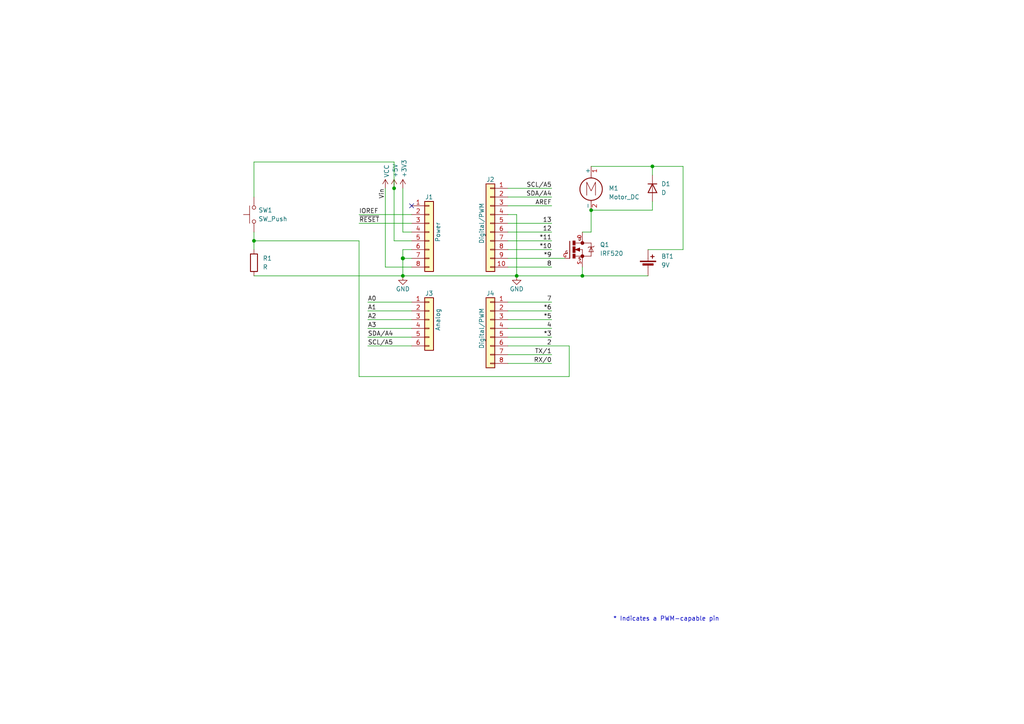
<source format=kicad_sch>
(kicad_sch
	(version 20231120)
	(generator "eeschema")
	(generator_version "8.0")
	(uuid "e63e39d7-6ac0-4ffd-8aa3-1841a4541b55")
	(paper "A4")
	(title_block
		(date "mar. 31 mars 2015")
	)
	(lib_symbols
		(symbol "Connector_Generic:Conn_01x06"
			(pin_names
				(offset 1.016) hide)
			(exclude_from_sim no)
			(in_bom yes)
			(on_board yes)
			(property "Reference" "J"
				(at 0 7.62 0)
				(effects
					(font
						(size 1.27 1.27)
					)
				)
			)
			(property "Value" "Conn_01x06"
				(at 0 -10.16 0)
				(effects
					(font
						(size 1.27 1.27)
					)
				)
			)
			(property "Footprint" ""
				(at 0 0 0)
				(effects
					(font
						(size 1.27 1.27)
					)
					(hide yes)
				)
			)
			(property "Datasheet" "~"
				(at 0 0 0)
				(effects
					(font
						(size 1.27 1.27)
					)
					(hide yes)
				)
			)
			(property "Description" "Generic connector, single row, 01x06, script generated (kicad-library-utils/schlib/autogen/connector/)"
				(at 0 0 0)
				(effects
					(font
						(size 1.27 1.27)
					)
					(hide yes)
				)
			)
			(property "ki_keywords" "connector"
				(at 0 0 0)
				(effects
					(font
						(size 1.27 1.27)
					)
					(hide yes)
				)
			)
			(property "ki_fp_filters" "Connector*:*_1x??_*"
				(at 0 0 0)
				(effects
					(font
						(size 1.27 1.27)
					)
					(hide yes)
				)
			)
			(symbol "Conn_01x06_1_1"
				(rectangle
					(start -1.27 -7.493)
					(end 0 -7.747)
					(stroke
						(width 0.1524)
						(type default)
					)
					(fill
						(type none)
					)
				)
				(rectangle
					(start -1.27 -4.953)
					(end 0 -5.207)
					(stroke
						(width 0.1524)
						(type default)
					)
					(fill
						(type none)
					)
				)
				(rectangle
					(start -1.27 -2.413)
					(end 0 -2.667)
					(stroke
						(width 0.1524)
						(type default)
					)
					(fill
						(type none)
					)
				)
				(rectangle
					(start -1.27 0.127)
					(end 0 -0.127)
					(stroke
						(width 0.1524)
						(type default)
					)
					(fill
						(type none)
					)
				)
				(rectangle
					(start -1.27 2.667)
					(end 0 2.413)
					(stroke
						(width 0.1524)
						(type default)
					)
					(fill
						(type none)
					)
				)
				(rectangle
					(start -1.27 5.207)
					(end 0 4.953)
					(stroke
						(width 0.1524)
						(type default)
					)
					(fill
						(type none)
					)
				)
				(rectangle
					(start -1.27 6.35)
					(end 1.27 -8.89)
					(stroke
						(width 0.254)
						(type default)
					)
					(fill
						(type background)
					)
				)
				(pin passive line
					(at -5.08 5.08 0)
					(length 3.81)
					(name "Pin_1"
						(effects
							(font
								(size 1.27 1.27)
							)
						)
					)
					(number "1"
						(effects
							(font
								(size 1.27 1.27)
							)
						)
					)
				)
				(pin passive line
					(at -5.08 2.54 0)
					(length 3.81)
					(name "Pin_2"
						(effects
							(font
								(size 1.27 1.27)
							)
						)
					)
					(number "2"
						(effects
							(font
								(size 1.27 1.27)
							)
						)
					)
				)
				(pin passive line
					(at -5.08 0 0)
					(length 3.81)
					(name "Pin_3"
						(effects
							(font
								(size 1.27 1.27)
							)
						)
					)
					(number "3"
						(effects
							(font
								(size 1.27 1.27)
							)
						)
					)
				)
				(pin passive line
					(at -5.08 -2.54 0)
					(length 3.81)
					(name "Pin_4"
						(effects
							(font
								(size 1.27 1.27)
							)
						)
					)
					(number "4"
						(effects
							(font
								(size 1.27 1.27)
							)
						)
					)
				)
				(pin passive line
					(at -5.08 -5.08 0)
					(length 3.81)
					(name "Pin_5"
						(effects
							(font
								(size 1.27 1.27)
							)
						)
					)
					(number "5"
						(effects
							(font
								(size 1.27 1.27)
							)
						)
					)
				)
				(pin passive line
					(at -5.08 -7.62 0)
					(length 3.81)
					(name "Pin_6"
						(effects
							(font
								(size 1.27 1.27)
							)
						)
					)
					(number "6"
						(effects
							(font
								(size 1.27 1.27)
							)
						)
					)
				)
			)
		)
		(symbol "Connector_Generic:Conn_01x08"
			(pin_names
				(offset 1.016) hide)
			(exclude_from_sim no)
			(in_bom yes)
			(on_board yes)
			(property "Reference" "J"
				(at 0 10.16 0)
				(effects
					(font
						(size 1.27 1.27)
					)
				)
			)
			(property "Value" "Conn_01x08"
				(at 0 -12.7 0)
				(effects
					(font
						(size 1.27 1.27)
					)
				)
			)
			(property "Footprint" ""
				(at 0 0 0)
				(effects
					(font
						(size 1.27 1.27)
					)
					(hide yes)
				)
			)
			(property "Datasheet" "~"
				(at 0 0 0)
				(effects
					(font
						(size 1.27 1.27)
					)
					(hide yes)
				)
			)
			(property "Description" "Generic connector, single row, 01x08, script generated (kicad-library-utils/schlib/autogen/connector/)"
				(at 0 0 0)
				(effects
					(font
						(size 1.27 1.27)
					)
					(hide yes)
				)
			)
			(property "ki_keywords" "connector"
				(at 0 0 0)
				(effects
					(font
						(size 1.27 1.27)
					)
					(hide yes)
				)
			)
			(property "ki_fp_filters" "Connector*:*_1x??_*"
				(at 0 0 0)
				(effects
					(font
						(size 1.27 1.27)
					)
					(hide yes)
				)
			)
			(symbol "Conn_01x08_1_1"
				(rectangle
					(start -1.27 -10.033)
					(end 0 -10.287)
					(stroke
						(width 0.1524)
						(type default)
					)
					(fill
						(type none)
					)
				)
				(rectangle
					(start -1.27 -7.493)
					(end 0 -7.747)
					(stroke
						(width 0.1524)
						(type default)
					)
					(fill
						(type none)
					)
				)
				(rectangle
					(start -1.27 -4.953)
					(end 0 -5.207)
					(stroke
						(width 0.1524)
						(type default)
					)
					(fill
						(type none)
					)
				)
				(rectangle
					(start -1.27 -2.413)
					(end 0 -2.667)
					(stroke
						(width 0.1524)
						(type default)
					)
					(fill
						(type none)
					)
				)
				(rectangle
					(start -1.27 0.127)
					(end 0 -0.127)
					(stroke
						(width 0.1524)
						(type default)
					)
					(fill
						(type none)
					)
				)
				(rectangle
					(start -1.27 2.667)
					(end 0 2.413)
					(stroke
						(width 0.1524)
						(type default)
					)
					(fill
						(type none)
					)
				)
				(rectangle
					(start -1.27 5.207)
					(end 0 4.953)
					(stroke
						(width 0.1524)
						(type default)
					)
					(fill
						(type none)
					)
				)
				(rectangle
					(start -1.27 7.747)
					(end 0 7.493)
					(stroke
						(width 0.1524)
						(type default)
					)
					(fill
						(type none)
					)
				)
				(rectangle
					(start -1.27 8.89)
					(end 1.27 -11.43)
					(stroke
						(width 0.254)
						(type default)
					)
					(fill
						(type background)
					)
				)
				(pin passive line
					(at -5.08 7.62 0)
					(length 3.81)
					(name "Pin_1"
						(effects
							(font
								(size 1.27 1.27)
							)
						)
					)
					(number "1"
						(effects
							(font
								(size 1.27 1.27)
							)
						)
					)
				)
				(pin passive line
					(at -5.08 5.08 0)
					(length 3.81)
					(name "Pin_2"
						(effects
							(font
								(size 1.27 1.27)
							)
						)
					)
					(number "2"
						(effects
							(font
								(size 1.27 1.27)
							)
						)
					)
				)
				(pin passive line
					(at -5.08 2.54 0)
					(length 3.81)
					(name "Pin_3"
						(effects
							(font
								(size 1.27 1.27)
							)
						)
					)
					(number "3"
						(effects
							(font
								(size 1.27 1.27)
							)
						)
					)
				)
				(pin passive line
					(at -5.08 0 0)
					(length 3.81)
					(name "Pin_4"
						(effects
							(font
								(size 1.27 1.27)
							)
						)
					)
					(number "4"
						(effects
							(font
								(size 1.27 1.27)
							)
						)
					)
				)
				(pin passive line
					(at -5.08 -2.54 0)
					(length 3.81)
					(name "Pin_5"
						(effects
							(font
								(size 1.27 1.27)
							)
						)
					)
					(number "5"
						(effects
							(font
								(size 1.27 1.27)
							)
						)
					)
				)
				(pin passive line
					(at -5.08 -5.08 0)
					(length 3.81)
					(name "Pin_6"
						(effects
							(font
								(size 1.27 1.27)
							)
						)
					)
					(number "6"
						(effects
							(font
								(size 1.27 1.27)
							)
						)
					)
				)
				(pin passive line
					(at -5.08 -7.62 0)
					(length 3.81)
					(name "Pin_7"
						(effects
							(font
								(size 1.27 1.27)
							)
						)
					)
					(number "7"
						(effects
							(font
								(size 1.27 1.27)
							)
						)
					)
				)
				(pin passive line
					(at -5.08 -10.16 0)
					(length 3.81)
					(name "Pin_8"
						(effects
							(font
								(size 1.27 1.27)
							)
						)
					)
					(number "8"
						(effects
							(font
								(size 1.27 1.27)
							)
						)
					)
				)
			)
		)
		(symbol "Connector_Generic:Conn_01x10"
			(pin_names
				(offset 1.016) hide)
			(exclude_from_sim no)
			(in_bom yes)
			(on_board yes)
			(property "Reference" "J"
				(at 0 12.7 0)
				(effects
					(font
						(size 1.27 1.27)
					)
				)
			)
			(property "Value" "Conn_01x10"
				(at 0 -15.24 0)
				(effects
					(font
						(size 1.27 1.27)
					)
				)
			)
			(property "Footprint" ""
				(at 0 0 0)
				(effects
					(font
						(size 1.27 1.27)
					)
					(hide yes)
				)
			)
			(property "Datasheet" "~"
				(at 0 0 0)
				(effects
					(font
						(size 1.27 1.27)
					)
					(hide yes)
				)
			)
			(property "Description" "Generic connector, single row, 01x10, script generated (kicad-library-utils/schlib/autogen/connector/)"
				(at 0 0 0)
				(effects
					(font
						(size 1.27 1.27)
					)
					(hide yes)
				)
			)
			(property "ki_keywords" "connector"
				(at 0 0 0)
				(effects
					(font
						(size 1.27 1.27)
					)
					(hide yes)
				)
			)
			(property "ki_fp_filters" "Connector*:*_1x??_*"
				(at 0 0 0)
				(effects
					(font
						(size 1.27 1.27)
					)
					(hide yes)
				)
			)
			(symbol "Conn_01x10_1_1"
				(rectangle
					(start -1.27 -12.573)
					(end 0 -12.827)
					(stroke
						(width 0.1524)
						(type default)
					)
					(fill
						(type none)
					)
				)
				(rectangle
					(start -1.27 -10.033)
					(end 0 -10.287)
					(stroke
						(width 0.1524)
						(type default)
					)
					(fill
						(type none)
					)
				)
				(rectangle
					(start -1.27 -7.493)
					(end 0 -7.747)
					(stroke
						(width 0.1524)
						(type default)
					)
					(fill
						(type none)
					)
				)
				(rectangle
					(start -1.27 -4.953)
					(end 0 -5.207)
					(stroke
						(width 0.1524)
						(type default)
					)
					(fill
						(type none)
					)
				)
				(rectangle
					(start -1.27 -2.413)
					(end 0 -2.667)
					(stroke
						(width 0.1524)
						(type default)
					)
					(fill
						(type none)
					)
				)
				(rectangle
					(start -1.27 0.127)
					(end 0 -0.127)
					(stroke
						(width 0.1524)
						(type default)
					)
					(fill
						(type none)
					)
				)
				(rectangle
					(start -1.27 2.667)
					(end 0 2.413)
					(stroke
						(width 0.1524)
						(type default)
					)
					(fill
						(type none)
					)
				)
				(rectangle
					(start -1.27 5.207)
					(end 0 4.953)
					(stroke
						(width 0.1524)
						(type default)
					)
					(fill
						(type none)
					)
				)
				(rectangle
					(start -1.27 7.747)
					(end 0 7.493)
					(stroke
						(width 0.1524)
						(type default)
					)
					(fill
						(type none)
					)
				)
				(rectangle
					(start -1.27 10.287)
					(end 0 10.033)
					(stroke
						(width 0.1524)
						(type default)
					)
					(fill
						(type none)
					)
				)
				(rectangle
					(start -1.27 11.43)
					(end 1.27 -13.97)
					(stroke
						(width 0.254)
						(type default)
					)
					(fill
						(type background)
					)
				)
				(pin passive line
					(at -5.08 10.16 0)
					(length 3.81)
					(name "Pin_1"
						(effects
							(font
								(size 1.27 1.27)
							)
						)
					)
					(number "1"
						(effects
							(font
								(size 1.27 1.27)
							)
						)
					)
				)
				(pin passive line
					(at -5.08 -12.7 0)
					(length 3.81)
					(name "Pin_10"
						(effects
							(font
								(size 1.27 1.27)
							)
						)
					)
					(number "10"
						(effects
							(font
								(size 1.27 1.27)
							)
						)
					)
				)
				(pin passive line
					(at -5.08 7.62 0)
					(length 3.81)
					(name "Pin_2"
						(effects
							(font
								(size 1.27 1.27)
							)
						)
					)
					(number "2"
						(effects
							(font
								(size 1.27 1.27)
							)
						)
					)
				)
				(pin passive line
					(at -5.08 5.08 0)
					(length 3.81)
					(name "Pin_3"
						(effects
							(font
								(size 1.27 1.27)
							)
						)
					)
					(number "3"
						(effects
							(font
								(size 1.27 1.27)
							)
						)
					)
				)
				(pin passive line
					(at -5.08 2.54 0)
					(length 3.81)
					(name "Pin_4"
						(effects
							(font
								(size 1.27 1.27)
							)
						)
					)
					(number "4"
						(effects
							(font
								(size 1.27 1.27)
							)
						)
					)
				)
				(pin passive line
					(at -5.08 0 0)
					(length 3.81)
					(name "Pin_5"
						(effects
							(font
								(size 1.27 1.27)
							)
						)
					)
					(number "5"
						(effects
							(font
								(size 1.27 1.27)
							)
						)
					)
				)
				(pin passive line
					(at -5.08 -2.54 0)
					(length 3.81)
					(name "Pin_6"
						(effects
							(font
								(size 1.27 1.27)
							)
						)
					)
					(number "6"
						(effects
							(font
								(size 1.27 1.27)
							)
						)
					)
				)
				(pin passive line
					(at -5.08 -5.08 0)
					(length 3.81)
					(name "Pin_7"
						(effects
							(font
								(size 1.27 1.27)
							)
						)
					)
					(number "7"
						(effects
							(font
								(size 1.27 1.27)
							)
						)
					)
				)
				(pin passive line
					(at -5.08 -7.62 0)
					(length 3.81)
					(name "Pin_8"
						(effects
							(font
								(size 1.27 1.27)
							)
						)
					)
					(number "8"
						(effects
							(font
								(size 1.27 1.27)
							)
						)
					)
				)
				(pin passive line
					(at -5.08 -10.16 0)
					(length 3.81)
					(name "Pin_9"
						(effects
							(font
								(size 1.27 1.27)
							)
						)
					)
					(number "9"
						(effects
							(font
								(size 1.27 1.27)
							)
						)
					)
				)
			)
		)
		(symbol "Device:Battery_Cell"
			(pin_numbers hide)
			(pin_names
				(offset 0) hide)
			(exclude_from_sim no)
			(in_bom yes)
			(on_board yes)
			(property "Reference" "BT"
				(at 2.54 2.54 0)
				(effects
					(font
						(size 1.27 1.27)
					)
					(justify left)
				)
			)
			(property "Value" "Battery_Cell"
				(at 2.54 0 0)
				(effects
					(font
						(size 1.27 1.27)
					)
					(justify left)
				)
			)
			(property "Footprint" ""
				(at 0 1.524 90)
				(effects
					(font
						(size 1.27 1.27)
					)
					(hide yes)
				)
			)
			(property "Datasheet" "~"
				(at 0 1.524 90)
				(effects
					(font
						(size 1.27 1.27)
					)
					(hide yes)
				)
			)
			(property "Description" "Single-cell battery"
				(at 0 0 0)
				(effects
					(font
						(size 1.27 1.27)
					)
					(hide yes)
				)
			)
			(property "ki_keywords" "battery cell"
				(at 0 0 0)
				(effects
					(font
						(size 1.27 1.27)
					)
					(hide yes)
				)
			)
			(symbol "Battery_Cell_0_1"
				(rectangle
					(start -2.286 1.778)
					(end 2.286 1.524)
					(stroke
						(width 0)
						(type default)
					)
					(fill
						(type outline)
					)
				)
				(rectangle
					(start -1.524 1.016)
					(end 1.524 0.508)
					(stroke
						(width 0)
						(type default)
					)
					(fill
						(type outline)
					)
				)
				(polyline
					(pts
						(xy 0 0.762) (xy 0 0)
					)
					(stroke
						(width 0)
						(type default)
					)
					(fill
						(type none)
					)
				)
				(polyline
					(pts
						(xy 0 1.778) (xy 0 2.54)
					)
					(stroke
						(width 0)
						(type default)
					)
					(fill
						(type none)
					)
				)
				(polyline
					(pts
						(xy 0.762 3.048) (xy 1.778 3.048)
					)
					(stroke
						(width 0.254)
						(type default)
					)
					(fill
						(type none)
					)
				)
				(polyline
					(pts
						(xy 1.27 3.556) (xy 1.27 2.54)
					)
					(stroke
						(width 0.254)
						(type default)
					)
					(fill
						(type none)
					)
				)
			)
			(symbol "Battery_Cell_1_1"
				(pin passive line
					(at 0 5.08 270)
					(length 2.54)
					(name "+"
						(effects
							(font
								(size 1.27 1.27)
							)
						)
					)
					(number "1"
						(effects
							(font
								(size 1.27 1.27)
							)
						)
					)
				)
				(pin passive line
					(at 0 -2.54 90)
					(length 2.54)
					(name "-"
						(effects
							(font
								(size 1.27 1.27)
							)
						)
					)
					(number "2"
						(effects
							(font
								(size 1.27 1.27)
							)
						)
					)
				)
			)
		)
		(symbol "Device:D"
			(pin_numbers hide)
			(pin_names
				(offset 1.016) hide)
			(exclude_from_sim no)
			(in_bom yes)
			(on_board yes)
			(property "Reference" "D"
				(at 0 2.54 0)
				(effects
					(font
						(size 1.27 1.27)
					)
				)
			)
			(property "Value" "D"
				(at 0 -2.54 0)
				(effects
					(font
						(size 1.27 1.27)
					)
				)
			)
			(property "Footprint" ""
				(at 0 0 0)
				(effects
					(font
						(size 1.27 1.27)
					)
					(hide yes)
				)
			)
			(property "Datasheet" "~"
				(at 0 0 0)
				(effects
					(font
						(size 1.27 1.27)
					)
					(hide yes)
				)
			)
			(property "Description" "Diode"
				(at 0 0 0)
				(effects
					(font
						(size 1.27 1.27)
					)
					(hide yes)
				)
			)
			(property "Sim.Device" "D"
				(at 0 0 0)
				(effects
					(font
						(size 1.27 1.27)
					)
					(hide yes)
				)
			)
			(property "Sim.Pins" "1=K 2=A"
				(at 0 0 0)
				(effects
					(font
						(size 1.27 1.27)
					)
					(hide yes)
				)
			)
			(property "ki_keywords" "diode"
				(at 0 0 0)
				(effects
					(font
						(size 1.27 1.27)
					)
					(hide yes)
				)
			)
			(property "ki_fp_filters" "TO-???* *_Diode_* *SingleDiode* D_*"
				(at 0 0 0)
				(effects
					(font
						(size 1.27 1.27)
					)
					(hide yes)
				)
			)
			(symbol "D_0_1"
				(polyline
					(pts
						(xy -1.27 1.27) (xy -1.27 -1.27)
					)
					(stroke
						(width 0.254)
						(type default)
					)
					(fill
						(type none)
					)
				)
				(polyline
					(pts
						(xy 1.27 0) (xy -1.27 0)
					)
					(stroke
						(width 0)
						(type default)
					)
					(fill
						(type none)
					)
				)
				(polyline
					(pts
						(xy 1.27 1.27) (xy 1.27 -1.27) (xy -1.27 0) (xy 1.27 1.27)
					)
					(stroke
						(width 0.254)
						(type default)
					)
					(fill
						(type none)
					)
				)
			)
			(symbol "D_1_1"
				(pin passive line
					(at -3.81 0 0)
					(length 2.54)
					(name "K"
						(effects
							(font
								(size 1.27 1.27)
							)
						)
					)
					(number "1"
						(effects
							(font
								(size 1.27 1.27)
							)
						)
					)
				)
				(pin passive line
					(at 3.81 0 180)
					(length 2.54)
					(name "A"
						(effects
							(font
								(size 1.27 1.27)
							)
						)
					)
					(number "2"
						(effects
							(font
								(size 1.27 1.27)
							)
						)
					)
				)
			)
		)
		(symbol "Device:R"
			(pin_numbers hide)
			(pin_names
				(offset 0)
			)
			(exclude_from_sim no)
			(in_bom yes)
			(on_board yes)
			(property "Reference" "R"
				(at 2.032 0 90)
				(effects
					(font
						(size 1.27 1.27)
					)
				)
			)
			(property "Value" "R"
				(at 0 0 90)
				(effects
					(font
						(size 1.27 1.27)
					)
				)
			)
			(property "Footprint" ""
				(at -1.778 0 90)
				(effects
					(font
						(size 1.27 1.27)
					)
					(hide yes)
				)
			)
			(property "Datasheet" "~"
				(at 0 0 0)
				(effects
					(font
						(size 1.27 1.27)
					)
					(hide yes)
				)
			)
			(property "Description" "Resistor"
				(at 0 0 0)
				(effects
					(font
						(size 1.27 1.27)
					)
					(hide yes)
				)
			)
			(property "ki_keywords" "R res resistor"
				(at 0 0 0)
				(effects
					(font
						(size 1.27 1.27)
					)
					(hide yes)
				)
			)
			(property "ki_fp_filters" "R_*"
				(at 0 0 0)
				(effects
					(font
						(size 1.27 1.27)
					)
					(hide yes)
				)
			)
			(symbol "R_0_1"
				(rectangle
					(start -1.016 -2.54)
					(end 1.016 2.54)
					(stroke
						(width 0.254)
						(type default)
					)
					(fill
						(type none)
					)
				)
			)
			(symbol "R_1_1"
				(pin passive line
					(at 0 3.81 270)
					(length 1.27)
					(name "~"
						(effects
							(font
								(size 1.27 1.27)
							)
						)
					)
					(number "1"
						(effects
							(font
								(size 1.27 1.27)
							)
						)
					)
				)
				(pin passive line
					(at 0 -3.81 90)
					(length 1.27)
					(name "~"
						(effects
							(font
								(size 1.27 1.27)
							)
						)
					)
					(number "2"
						(effects
							(font
								(size 1.27 1.27)
							)
						)
					)
				)
			)
		)
		(symbol "IRF520:IRF520"
			(pin_names
				(offset 1.016)
			)
			(exclude_from_sim no)
			(in_bom yes)
			(on_board yes)
			(property "Reference" "Q"
				(at 7.6271 2.5424 0)
				(effects
					(font
						(size 1.27 1.27)
					)
					(justify left bottom)
				)
			)
			(property "Value" "IRF520"
				(at 7.6205 0 0)
				(effects
					(font
						(size 1.27 1.27)
					)
					(justify left bottom)
				)
			)
			(property "Footprint" "IRF520:TO220BV"
				(at 0 0 0)
				(effects
					(font
						(size 1.27 1.27)
					)
					(justify bottom)
					(hide yes)
				)
			)
			(property "Datasheet" ""
				(at 0 0 0)
				(effects
					(font
						(size 1.27 1.27)
					)
					(hide yes)
				)
			)
			(property "Description" ""
				(at 0 0 0)
				(effects
					(font
						(size 1.27 1.27)
					)
					(hide yes)
				)
			)
			(property "MF" "Vishay Siliconix"
				(at 0 0 0)
				(effects
					(font
						(size 1.27 1.27)
					)
					(justify bottom)
					(hide yes)
				)
			)
			(property "Description_1" "\nN-Channel 100 V 9.2A (Tc) 3.7W (Ta), 60W (Tc) Surface Mount D2PAK\n"
				(at 0 0 0)
				(effects
					(font
						(size 1.27 1.27)
					)
					(justify bottom)
					(hide yes)
				)
			)
			(property "Package" "TO-220-3 Vishay"
				(at 0 0 0)
				(effects
					(font
						(size 1.27 1.27)
					)
					(justify bottom)
					(hide yes)
				)
			)
			(property "Price" "None"
				(at 0 0 0)
				(effects
					(font
						(size 1.27 1.27)
					)
					(justify bottom)
					(hide yes)
				)
			)
			(property "SnapEDA_Link" "https://www.snapeda.com/parts/IRF520/Vishay+Siliconix/view-part/?ref=snap"
				(at 0 0 0)
				(effects
					(font
						(size 1.27 1.27)
					)
					(justify bottom)
					(hide yes)
				)
			)
			(property "MP" "IRF520"
				(at 0 0 0)
				(effects
					(font
						(size 1.27 1.27)
					)
					(justify bottom)
					(hide yes)
				)
			)
			(property "Purchase-URL" "https://www.snapeda.com/api/url_track_click_mouser/?unipart_id=522447&manufacturer=Vishay Siliconix&part_name=IRF520&search_term=None"
				(at 0 0 0)
				(effects
					(font
						(size 1.27 1.27)
					)
					(justify bottom)
					(hide yes)
				)
			)
			(property "Availability" "In Stock"
				(at 0 0 0)
				(effects
					(font
						(size 1.27 1.27)
					)
					(justify bottom)
					(hide yes)
				)
			)
			(property "Check_prices" "https://www.snapeda.com/parts/IRF520/Vishay+Siliconix/view-part/?ref=eda"
				(at 0 0 0)
				(effects
					(font
						(size 1.27 1.27)
					)
					(justify bottom)
					(hide yes)
				)
			)
			(symbol "IRF520_0_0"
				(rectangle
					(start -0.254 -2.5402)
					(end 0.508 -1.27)
					(stroke
						(width 0.1)
						(type default)
					)
					(fill
						(type outline)
					)
				)
				(rectangle
					(start -0.2542 -0.8897)
					(end 0.508 0.889)
					(stroke
						(width 0.1)
						(type default)
					)
					(fill
						(type outline)
					)
				)
				(rectangle
					(start -0.2542 1.2709)
					(end 0.508 2.54)
					(stroke
						(width 0.1)
						(type default)
					)
					(fill
						(type outline)
					)
				)
				(polyline
					(pts
						(xy -1.1176 -2.54) (xy -2.54 -2.54)
					)
					(stroke
						(width 0.1524)
						(type default)
					)
					(fill
						(type none)
					)
				)
				(polyline
					(pts
						(xy -1.1176 2.413) (xy -1.1176 -2.54)
					)
					(stroke
						(width 0.254)
						(type default)
					)
					(fill
						(type none)
					)
				)
				(polyline
					(pts
						(xy 0.508 -1.905) (xy 2.54 -1.905)
					)
					(stroke
						(width 0.1524)
						(type default)
					)
					(fill
						(type none)
					)
				)
				(polyline
					(pts
						(xy 0.508 0) (xy 1.778 -0.508)
					)
					(stroke
						(width 0.1524)
						(type default)
					)
					(fill
						(type none)
					)
				)
				(polyline
					(pts
						(xy 0.762 0) (xy 1.651 -0.254)
					)
					(stroke
						(width 0.3048)
						(type default)
					)
					(fill
						(type none)
					)
				)
				(polyline
					(pts
						(xy 1.651 -0.254) (xy 1.651 0)
					)
					(stroke
						(width 0.3048)
						(type default)
					)
					(fill
						(type none)
					)
				)
				(polyline
					(pts
						(xy 1.651 0) (xy 1.397 0)
					)
					(stroke
						(width 0.3048)
						(type default)
					)
					(fill
						(type none)
					)
				)
				(polyline
					(pts
						(xy 1.651 0) (xy 2.54 0)
					)
					(stroke
						(width 0.1524)
						(type default)
					)
					(fill
						(type none)
					)
				)
				(polyline
					(pts
						(xy 1.651 0.254) (xy 0.762 0)
					)
					(stroke
						(width 0.3048)
						(type default)
					)
					(fill
						(type none)
					)
				)
				(polyline
					(pts
						(xy 1.778 -0.508) (xy 1.778 0.508)
					)
					(stroke
						(width 0.1524)
						(type default)
					)
					(fill
						(type none)
					)
				)
				(polyline
					(pts
						(xy 1.778 0.508) (xy 0.508 0)
					)
					(stroke
						(width 0.1524)
						(type default)
					)
					(fill
						(type none)
					)
				)
				(polyline
					(pts
						(xy 2.54 -1.905) (xy 2.54 -2.54)
					)
					(stroke
						(width 0.1524)
						(type default)
					)
					(fill
						(type none)
					)
				)
				(polyline
					(pts
						(xy 2.54 0) (xy 2.54 -1.905)
					)
					(stroke
						(width 0.1524)
						(type default)
					)
					(fill
						(type none)
					)
				)
				(polyline
					(pts
						(xy 2.54 1.905) (xy 0.5334 1.905)
					)
					(stroke
						(width 0.1524)
						(type default)
					)
					(fill
						(type none)
					)
				)
				(polyline
					(pts
						(xy 2.54 1.905) (xy 5.08 1.905)
					)
					(stroke
						(width 0.1524)
						(type default)
					)
					(fill
						(type none)
					)
				)
				(polyline
					(pts
						(xy 2.54 2.54) (xy 2.54 1.905)
					)
					(stroke
						(width 0.1524)
						(type default)
					)
					(fill
						(type none)
					)
				)
				(polyline
					(pts
						(xy 4.445 -0.635) (xy 5.715 -0.635)
					)
					(stroke
						(width 0.1524)
						(type default)
					)
					(fill
						(type none)
					)
				)
				(polyline
					(pts
						(xy 4.445 0.762) (xy 4.191 0.508)
					)
					(stroke
						(width 0.1524)
						(type default)
					)
					(fill
						(type none)
					)
				)
				(polyline
					(pts
						(xy 4.445 0.762) (xy 5.08 0.762)
					)
					(stroke
						(width 0.1524)
						(type default)
					)
					(fill
						(type none)
					)
				)
				(polyline
					(pts
						(xy 5.08 -1.905) (xy 2.54 -1.905)
					)
					(stroke
						(width 0.1524)
						(type default)
					)
					(fill
						(type none)
					)
				)
				(polyline
					(pts
						(xy 5.08 0.762) (xy 4.445 -0.635)
					)
					(stroke
						(width 0.1524)
						(type default)
					)
					(fill
						(type none)
					)
				)
				(polyline
					(pts
						(xy 5.08 0.762) (xy 5.08 -1.905)
					)
					(stroke
						(width 0.1524)
						(type default)
					)
					(fill
						(type none)
					)
				)
				(polyline
					(pts
						(xy 5.08 0.762) (xy 5.715 0.762)
					)
					(stroke
						(width 0.1524)
						(type default)
					)
					(fill
						(type none)
					)
				)
				(polyline
					(pts
						(xy 5.08 1.905) (xy 5.08 0.762)
					)
					(stroke
						(width 0.1524)
						(type default)
					)
					(fill
						(type none)
					)
				)
				(polyline
					(pts
						(xy 5.715 -0.635) (xy 5.08 0.762)
					)
					(stroke
						(width 0.1524)
						(type default)
					)
					(fill
						(type none)
					)
				)
				(polyline
					(pts
						(xy 5.715 0.762) (xy 5.969 1.016)
					)
					(stroke
						(width 0.1524)
						(type default)
					)
					(fill
						(type none)
					)
				)
				(circle
					(center 2.54 -1.905)
					(radius 0.127)
					(stroke
						(width 0.4064)
						(type default)
					)
					(fill
						(type none)
					)
				)
				(circle
					(center 2.54 1.905)
					(radius 0.127)
					(stroke
						(width 0.4064)
						(type default)
					)
					(fill
						(type none)
					)
				)
				(text "D"
					(at 1.2721 2.5442 0)
					(effects
						(font
							(size 0.8141 0.8141)
						)
						(justify left bottom)
					)
				)
				(text "G"
					(at -2.544 -1.272 0)
					(effects
						(font
							(size 0.8141 0.8141)
						)
						(justify left bottom)
					)
				)
				(text "S"
					(at 1.2715 -3.1788 0)
					(effects
						(font
							(size 0.8138 0.8138)
						)
						(justify left bottom)
					)
				)
				(pin passive line
					(at 2.54 5.08 270)
					(length 2.54)
					(name "~"
						(effects
							(font
								(size 1.016 1.016)
							)
						)
					)
					(number "D"
						(effects
							(font
								(size 1.016 1.016)
							)
						)
					)
				)
				(pin passive line
					(at -2.54 -2.54 0)
					(length 0)
					(name "~"
						(effects
							(font
								(size 1.016 1.016)
							)
						)
					)
					(number "G"
						(effects
							(font
								(size 1.016 1.016)
							)
						)
					)
				)
				(pin passive line
					(at 2.54 -5.08 90)
					(length 2.54)
					(name "~"
						(effects
							(font
								(size 1.016 1.016)
							)
						)
					)
					(number "S"
						(effects
							(font
								(size 1.016 1.016)
							)
						)
					)
				)
			)
		)
		(symbol "Motor:Motor_DC"
			(pin_names
				(offset 0)
			)
			(exclude_from_sim no)
			(in_bom yes)
			(on_board yes)
			(property "Reference" "M"
				(at 2.54 2.54 0)
				(effects
					(font
						(size 1.27 1.27)
					)
					(justify left)
				)
			)
			(property "Value" "Motor_DC"
				(at 2.54 -5.08 0)
				(effects
					(font
						(size 1.27 1.27)
					)
					(justify left top)
				)
			)
			(property "Footprint" ""
				(at 0 -2.286 0)
				(effects
					(font
						(size 1.27 1.27)
					)
					(hide yes)
				)
			)
			(property "Datasheet" "~"
				(at 0 -2.286 0)
				(effects
					(font
						(size 1.27 1.27)
					)
					(hide yes)
				)
			)
			(property "Description" "DC Motor"
				(at 0 0 0)
				(effects
					(font
						(size 1.27 1.27)
					)
					(hide yes)
				)
			)
			(property "ki_keywords" "DC Motor"
				(at 0 0 0)
				(effects
					(font
						(size 1.27 1.27)
					)
					(hide yes)
				)
			)
			(property "ki_fp_filters" "PinHeader*P2.54mm* TerminalBlock*"
				(at 0 0 0)
				(effects
					(font
						(size 1.27 1.27)
					)
					(hide yes)
				)
			)
			(symbol "Motor_DC_0_0"
				(polyline
					(pts
						(xy -1.27 -3.302) (xy -1.27 0.508) (xy 0 -2.032) (xy 1.27 0.508) (xy 1.27 -3.302)
					)
					(stroke
						(width 0)
						(type default)
					)
					(fill
						(type none)
					)
				)
			)
			(symbol "Motor_DC_0_1"
				(circle
					(center 0 -1.524)
					(radius 3.2512)
					(stroke
						(width 0.254)
						(type default)
					)
					(fill
						(type none)
					)
				)
				(polyline
					(pts
						(xy 0 -7.62) (xy 0 -7.112)
					)
					(stroke
						(width 0)
						(type default)
					)
					(fill
						(type none)
					)
				)
				(polyline
					(pts
						(xy 0 -4.7752) (xy 0 -5.1816)
					)
					(stroke
						(width 0)
						(type default)
					)
					(fill
						(type none)
					)
				)
				(polyline
					(pts
						(xy 0 1.7272) (xy 0 2.0828)
					)
					(stroke
						(width 0)
						(type default)
					)
					(fill
						(type none)
					)
				)
				(polyline
					(pts
						(xy 0 2.032) (xy 0 2.54)
					)
					(stroke
						(width 0)
						(type default)
					)
					(fill
						(type none)
					)
				)
			)
			(symbol "Motor_DC_1_1"
				(pin passive line
					(at 0 5.08 270)
					(length 2.54)
					(name "+"
						(effects
							(font
								(size 1.27 1.27)
							)
						)
					)
					(number "1"
						(effects
							(font
								(size 1.27 1.27)
							)
						)
					)
				)
				(pin passive line
					(at 0 -7.62 90)
					(length 2.54)
					(name "-"
						(effects
							(font
								(size 1.27 1.27)
							)
						)
					)
					(number "2"
						(effects
							(font
								(size 1.27 1.27)
							)
						)
					)
				)
			)
		)
		(symbol "Switch:SW_Push"
			(pin_numbers hide)
			(pin_names
				(offset 1.016) hide)
			(exclude_from_sim no)
			(in_bom yes)
			(on_board yes)
			(property "Reference" "SW"
				(at 1.27 2.54 0)
				(effects
					(font
						(size 1.27 1.27)
					)
					(justify left)
				)
			)
			(property "Value" "SW_Push"
				(at 0 -1.524 0)
				(effects
					(font
						(size 1.27 1.27)
					)
				)
			)
			(property "Footprint" ""
				(at 0 5.08 0)
				(effects
					(font
						(size 1.27 1.27)
					)
					(hide yes)
				)
			)
			(property "Datasheet" "~"
				(at 0 5.08 0)
				(effects
					(font
						(size 1.27 1.27)
					)
					(hide yes)
				)
			)
			(property "Description" "Push button switch, generic, two pins"
				(at 0 0 0)
				(effects
					(font
						(size 1.27 1.27)
					)
					(hide yes)
				)
			)
			(property "ki_keywords" "switch normally-open pushbutton push-button"
				(at 0 0 0)
				(effects
					(font
						(size 1.27 1.27)
					)
					(hide yes)
				)
			)
			(symbol "SW_Push_0_1"
				(circle
					(center -2.032 0)
					(radius 0.508)
					(stroke
						(width 0)
						(type default)
					)
					(fill
						(type none)
					)
				)
				(polyline
					(pts
						(xy 0 1.27) (xy 0 3.048)
					)
					(stroke
						(width 0)
						(type default)
					)
					(fill
						(type none)
					)
				)
				(polyline
					(pts
						(xy 2.54 1.27) (xy -2.54 1.27)
					)
					(stroke
						(width 0)
						(type default)
					)
					(fill
						(type none)
					)
				)
				(circle
					(center 2.032 0)
					(radius 0.508)
					(stroke
						(width 0)
						(type default)
					)
					(fill
						(type none)
					)
				)
				(pin passive line
					(at -5.08 0 0)
					(length 2.54)
					(name "1"
						(effects
							(font
								(size 1.27 1.27)
							)
						)
					)
					(number "1"
						(effects
							(font
								(size 1.27 1.27)
							)
						)
					)
				)
				(pin passive line
					(at 5.08 0 180)
					(length 2.54)
					(name "2"
						(effects
							(font
								(size 1.27 1.27)
							)
						)
					)
					(number "2"
						(effects
							(font
								(size 1.27 1.27)
							)
						)
					)
				)
			)
		)
		(symbol "power:+3V3"
			(power)
			(pin_names
				(offset 0)
			)
			(exclude_from_sim no)
			(in_bom yes)
			(on_board yes)
			(property "Reference" "#PWR"
				(at 0 -3.81 0)
				(effects
					(font
						(size 1.27 1.27)
					)
					(hide yes)
				)
			)
			(property "Value" "+3V3"
				(at 0 3.556 0)
				(effects
					(font
						(size 1.27 1.27)
					)
				)
			)
			(property "Footprint" ""
				(at 0 0 0)
				(effects
					(font
						(size 1.27 1.27)
					)
					(hide yes)
				)
			)
			(property "Datasheet" ""
				(at 0 0 0)
				(effects
					(font
						(size 1.27 1.27)
					)
					(hide yes)
				)
			)
			(property "Description" "Power symbol creates a global label with name \"+3V3\""
				(at 0 0 0)
				(effects
					(font
						(size 1.27 1.27)
					)
					(hide yes)
				)
			)
			(property "ki_keywords" "power-flag"
				(at 0 0 0)
				(effects
					(font
						(size 1.27 1.27)
					)
					(hide yes)
				)
			)
			(symbol "+3V3_0_1"
				(polyline
					(pts
						(xy -0.762 1.27) (xy 0 2.54)
					)
					(stroke
						(width 0)
						(type default)
					)
					(fill
						(type none)
					)
				)
				(polyline
					(pts
						(xy 0 0) (xy 0 2.54)
					)
					(stroke
						(width 0)
						(type default)
					)
					(fill
						(type none)
					)
				)
				(polyline
					(pts
						(xy 0 2.54) (xy 0.762 1.27)
					)
					(stroke
						(width 0)
						(type default)
					)
					(fill
						(type none)
					)
				)
			)
			(symbol "+3V3_1_1"
				(pin power_in line
					(at 0 0 90)
					(length 0) hide
					(name "+3V3"
						(effects
							(font
								(size 1.27 1.27)
							)
						)
					)
					(number "1"
						(effects
							(font
								(size 1.27 1.27)
							)
						)
					)
				)
			)
		)
		(symbol "power:+5V"
			(power)
			(pin_names
				(offset 0)
			)
			(exclude_from_sim no)
			(in_bom yes)
			(on_board yes)
			(property "Reference" "#PWR"
				(at 0 -3.81 0)
				(effects
					(font
						(size 1.27 1.27)
					)
					(hide yes)
				)
			)
			(property "Value" "+5V"
				(at 0 3.556 0)
				(effects
					(font
						(size 1.27 1.27)
					)
				)
			)
			(property "Footprint" ""
				(at 0 0 0)
				(effects
					(font
						(size 1.27 1.27)
					)
					(hide yes)
				)
			)
			(property "Datasheet" ""
				(at 0 0 0)
				(effects
					(font
						(size 1.27 1.27)
					)
					(hide yes)
				)
			)
			(property "Description" "Power symbol creates a global label with name \"+5V\""
				(at 0 0 0)
				(effects
					(font
						(size 1.27 1.27)
					)
					(hide yes)
				)
			)
			(property "ki_keywords" "power-flag"
				(at 0 0 0)
				(effects
					(font
						(size 1.27 1.27)
					)
					(hide yes)
				)
			)
			(symbol "+5V_0_1"
				(polyline
					(pts
						(xy -0.762 1.27) (xy 0 2.54)
					)
					(stroke
						(width 0)
						(type default)
					)
					(fill
						(type none)
					)
				)
				(polyline
					(pts
						(xy 0 0) (xy 0 2.54)
					)
					(stroke
						(width 0)
						(type default)
					)
					(fill
						(type none)
					)
				)
				(polyline
					(pts
						(xy 0 2.54) (xy 0.762 1.27)
					)
					(stroke
						(width 0)
						(type default)
					)
					(fill
						(type none)
					)
				)
			)
			(symbol "+5V_1_1"
				(pin power_in line
					(at 0 0 90)
					(length 0) hide
					(name "+5V"
						(effects
							(font
								(size 1.27 1.27)
							)
						)
					)
					(number "1"
						(effects
							(font
								(size 1.27 1.27)
							)
						)
					)
				)
			)
		)
		(symbol "power:GND"
			(power)
			(pin_names
				(offset 0)
			)
			(exclude_from_sim no)
			(in_bom yes)
			(on_board yes)
			(property "Reference" "#PWR"
				(at 0 -6.35 0)
				(effects
					(font
						(size 1.27 1.27)
					)
					(hide yes)
				)
			)
			(property "Value" "GND"
				(at 0 -3.81 0)
				(effects
					(font
						(size 1.27 1.27)
					)
				)
			)
			(property "Footprint" ""
				(at 0 0 0)
				(effects
					(font
						(size 1.27 1.27)
					)
					(hide yes)
				)
			)
			(property "Datasheet" ""
				(at 0 0 0)
				(effects
					(font
						(size 1.27 1.27)
					)
					(hide yes)
				)
			)
			(property "Description" "Power symbol creates a global label with name \"GND\" , ground"
				(at 0 0 0)
				(effects
					(font
						(size 1.27 1.27)
					)
					(hide yes)
				)
			)
			(property "ki_keywords" "power-flag"
				(at 0 0 0)
				(effects
					(font
						(size 1.27 1.27)
					)
					(hide yes)
				)
			)
			(symbol "GND_0_1"
				(polyline
					(pts
						(xy 0 0) (xy 0 -1.27) (xy 1.27 -1.27) (xy 0 -2.54) (xy -1.27 -1.27) (xy 0 -1.27)
					)
					(stroke
						(width 0)
						(type default)
					)
					(fill
						(type none)
					)
				)
			)
			(symbol "GND_1_1"
				(pin power_in line
					(at 0 0 270)
					(length 0) hide
					(name "GND"
						(effects
							(font
								(size 1.27 1.27)
							)
						)
					)
					(number "1"
						(effects
							(font
								(size 1.27 1.27)
							)
						)
					)
				)
			)
		)
		(symbol "power:VCC"
			(power)
			(pin_names
				(offset 0)
			)
			(exclude_from_sim no)
			(in_bom yes)
			(on_board yes)
			(property "Reference" "#PWR"
				(at 0 -3.81 0)
				(effects
					(font
						(size 1.27 1.27)
					)
					(hide yes)
				)
			)
			(property "Value" "VCC"
				(at 0 3.81 0)
				(effects
					(font
						(size 1.27 1.27)
					)
				)
			)
			(property "Footprint" ""
				(at 0 0 0)
				(effects
					(font
						(size 1.27 1.27)
					)
					(hide yes)
				)
			)
			(property "Datasheet" ""
				(at 0 0 0)
				(effects
					(font
						(size 1.27 1.27)
					)
					(hide yes)
				)
			)
			(property "Description" "Power symbol creates a global label with name \"VCC\""
				(at 0 0 0)
				(effects
					(font
						(size 1.27 1.27)
					)
					(hide yes)
				)
			)
			(property "ki_keywords" "power-flag"
				(at 0 0 0)
				(effects
					(font
						(size 1.27 1.27)
					)
					(hide yes)
				)
			)
			(symbol "VCC_0_1"
				(polyline
					(pts
						(xy -0.762 1.27) (xy 0 2.54)
					)
					(stroke
						(width 0)
						(type default)
					)
					(fill
						(type none)
					)
				)
				(polyline
					(pts
						(xy 0 0) (xy 0 2.54)
					)
					(stroke
						(width 0)
						(type default)
					)
					(fill
						(type none)
					)
				)
				(polyline
					(pts
						(xy 0 2.54) (xy 0.762 1.27)
					)
					(stroke
						(width 0)
						(type default)
					)
					(fill
						(type none)
					)
				)
			)
			(symbol "VCC_1_1"
				(pin power_in line
					(at 0 0 90)
					(length 0) hide
					(name "VCC"
						(effects
							(font
								(size 1.27 1.27)
							)
						)
					)
					(number "1"
						(effects
							(font
								(size 1.27 1.27)
							)
						)
					)
				)
			)
		)
	)
	(junction
		(at 116.84 80.01)
		(diameter 0)
		(color 0 0 0 0)
		(uuid "10ed1f86-b668-4ba9-a9c5-9c33fa2dbf20")
	)
	(junction
		(at 189.23 48.26)
		(diameter 0)
		(color 0 0 0 0)
		(uuid "320963e0-9210-41e5-a27b-7a3f5d164f11")
	)
	(junction
		(at 116.84 74.93)
		(diameter 1.016)
		(color 0 0 0 0)
		(uuid "3dcc657b-55a1-48e0-9667-e01e7b6b08b5")
	)
	(junction
		(at 73.66 69.85)
		(diameter 0)
		(color 0 0 0 0)
		(uuid "55727cb1-4546-4c9c-8bdd-a15fa83fb1f6")
	)
	(junction
		(at 114.3 54.61)
		(diameter 0)
		(color 0 0 0 0)
		(uuid "8ab303c5-c970-438b-8367-5e5c4ab75447")
	)
	(junction
		(at 171.45 60.96)
		(diameter 0)
		(color 0 0 0 0)
		(uuid "d4b6249d-162a-4977-8c2a-a2e97121d2c7")
	)
	(junction
		(at 168.91 80.01)
		(diameter 0)
		(color 0 0 0 0)
		(uuid "f5971e4e-5ef2-4bec-bc9f-d9d107be14b2")
	)
	(junction
		(at 149.86 80.01)
		(diameter 0)
		(color 0 0 0 0)
		(uuid "fd7c9378-ad54-4dba-8cfe-5971222fdf9d")
	)
	(no_connect
		(at 119.38 59.69)
		(uuid "d181157c-7812-47e5-a0cf-9580c905fc86")
	)
	(wire
		(pts
			(xy 147.32 105.41) (xy 160.02 105.41)
		)
		(stroke
			(width 0)
			(type solid)
		)
		(uuid "010ba307-2067-49d3-b0fa-6414143f3fc2")
	)
	(wire
		(pts
			(xy 147.32 72.39) (xy 160.02 72.39)
		)
		(stroke
			(width 0)
			(type solid)
		)
		(uuid "09480ba4-37da-45e3-b9fe-6beebf876349")
	)
	(wire
		(pts
			(xy 104.14 109.22) (xy 165.1 109.22)
		)
		(stroke
			(width 0)
			(type default)
		)
		(uuid "0ed032a3-3bc3-411a-a3be-40fc66750849")
	)
	(wire
		(pts
			(xy 147.32 54.61) (xy 160.02 54.61)
		)
		(stroke
			(width 0)
			(type solid)
		)
		(uuid "0f5d2189-4ead-42fa-8f7a-cfa3af4de132")
	)
	(wire
		(pts
			(xy 198.12 72.39) (xy 198.12 48.26)
		)
		(stroke
			(width 0)
			(type default)
		)
		(uuid "12b8c824-8e9d-4313-aff2-b55d74a7b1c0")
	)
	(wire
		(pts
			(xy 73.66 67.31) (xy 73.66 69.85)
		)
		(stroke
			(width 0)
			(type default)
		)
		(uuid "13d486af-b350-4e3a-8026-d874b3aa3abe")
	)
	(wire
		(pts
			(xy 165.1 109.22) (xy 165.1 100.33)
		)
		(stroke
			(width 0)
			(type default)
		)
		(uuid "17a31145-a349-4676-b571-1ba839a5b8e9")
	)
	(wire
		(pts
			(xy 73.66 46.99) (xy 73.66 57.15)
		)
		(stroke
			(width 0)
			(type solid)
		)
		(uuid "1bd341da-58b4-4f0b-b121-20c73d103575")
	)
	(wire
		(pts
			(xy 116.84 72.39) (xy 116.84 74.93)
		)
		(stroke
			(width 0)
			(type solid)
		)
		(uuid "1c31b835-925f-4a5c-92df-8f2558bb711b")
	)
	(wire
		(pts
			(xy 171.45 48.26) (xy 189.23 48.26)
		)
		(stroke
			(width 0)
			(type default)
		)
		(uuid "1e1cdb70-12b6-44ba-805b-9ec4ce9f90b1")
	)
	(wire
		(pts
			(xy 106.68 100.33) (xy 119.38 100.33)
		)
		(stroke
			(width 0)
			(type solid)
		)
		(uuid "20854542-d0b0-4be7-af02-0e5fceb34e01")
	)
	(wire
		(pts
			(xy 171.45 67.31) (xy 168.91 67.31)
		)
		(stroke
			(width 0)
			(type default)
		)
		(uuid "215f9771-359e-480f-888a-8742388149d4")
	)
	(wire
		(pts
			(xy 116.84 80.01) (xy 149.86 80.01)
		)
		(stroke
			(width 0)
			(type default)
		)
		(uuid "2389a8be-526f-42ac-b5e8-a72a7d549a8c")
	)
	(wire
		(pts
			(xy 116.84 74.93) (xy 116.84 80.01)
		)
		(stroke
			(width 0)
			(type solid)
		)
		(uuid "2df788b2-ce68-49bc-a497-4b6570a17f30")
	)
	(wire
		(pts
			(xy 116.84 67.31) (xy 119.38 67.31)
		)
		(stroke
			(width 0)
			(type solid)
		)
		(uuid "3334b11d-5a13-40b4-a117-d693c543e4ab")
	)
	(wire
		(pts
			(xy 114.3 69.85) (xy 119.38 69.85)
		)
		(stroke
			(width 0)
			(type solid)
		)
		(uuid "3661f80c-fef8-4441-83be-df8930b3b45e")
	)
	(wire
		(pts
			(xy 114.3 54.61) (xy 114.3 69.85)
		)
		(stroke
			(width 0)
			(type solid)
		)
		(uuid "392bf1f6-bf67-427d-8d4c-0a87cb757556")
	)
	(wire
		(pts
			(xy 147.32 64.77) (xy 160.02 64.77)
		)
		(stroke
			(width 0)
			(type solid)
		)
		(uuid "4227fa6f-c399-4f14-8228-23e39d2b7e7d")
	)
	(wire
		(pts
			(xy 116.84 54.61) (xy 116.84 67.31)
		)
		(stroke
			(width 0)
			(type solid)
		)
		(uuid "442fb4de-4d55-45de-bc27-3e6222ceb890")
	)
	(wire
		(pts
			(xy 147.32 87.63) (xy 160.02 87.63)
		)
		(stroke
			(width 0)
			(type solid)
		)
		(uuid "4455ee2e-5642-42c1-a83b-f7e65fa0c2f1")
	)
	(wire
		(pts
			(xy 119.38 87.63) (xy 106.68 87.63)
		)
		(stroke
			(width 0)
			(type solid)
		)
		(uuid "486ca832-85f4-4989-b0f4-569faf9be534")
	)
	(wire
		(pts
			(xy 147.32 67.31) (xy 160.02 67.31)
		)
		(stroke
			(width 0)
			(type solid)
		)
		(uuid "4a910b57-a5cd-4105-ab4f-bde2a80d4f00")
	)
	(wire
		(pts
			(xy 147.32 90.17) (xy 160.02 90.17)
		)
		(stroke
			(width 0)
			(type solid)
		)
		(uuid "4e60e1af-19bd-45a0-b418-b7030b594dde")
	)
	(wire
		(pts
			(xy 147.32 74.93) (xy 163.83 74.93)
		)
		(stroke
			(width 0)
			(type solid)
		)
		(uuid "63f2b71b-521b-4210-bf06-ed65e330fccc")
	)
	(wire
		(pts
			(xy 147.32 95.25) (xy 160.02 95.25)
		)
		(stroke
			(width 0)
			(type solid)
		)
		(uuid "6bb3ea5f-9e60-4add-9d97-244be2cf61d2")
	)
	(wire
		(pts
			(xy 104.14 62.23) (xy 119.38 62.23)
		)
		(stroke
			(width 0)
			(type solid)
		)
		(uuid "73d4774c-1387-4550-b580-a1cc0ac89b89")
	)
	(wire
		(pts
			(xy 73.66 80.01) (xy 116.84 80.01)
		)
		(stroke
			(width 0)
			(type default)
		)
		(uuid "7be46385-3584-4f6a-ad0a-17abb4318b1d")
	)
	(wire
		(pts
			(xy 104.14 69.85) (xy 104.14 109.22)
		)
		(stroke
			(width 0)
			(type default)
		)
		(uuid "7ea0e2e6-e738-4ea5-934d-2f039449b2cb")
	)
	(wire
		(pts
			(xy 114.3 46.99) (xy 73.66 46.99)
		)
		(stroke
			(width 0)
			(type solid)
		)
		(uuid "7f0bdca6-e4f0-49e3-a7eb-5bed77aa5708")
	)
	(wire
		(pts
			(xy 149.86 62.23) (xy 149.86 80.01)
		)
		(stroke
			(width 0)
			(type solid)
		)
		(uuid "84ce350c-b0c1-4e69-9ab2-f7ec7b8bb312")
	)
	(wire
		(pts
			(xy 147.32 59.69) (xy 160.02 59.69)
		)
		(stroke
			(width 0)
			(type solid)
		)
		(uuid "8a3d35a2-f0f6-4dec-a606-7c8e288ca828")
	)
	(wire
		(pts
			(xy 73.66 69.85) (xy 73.66 72.39)
		)
		(stroke
			(width 0)
			(type default)
		)
		(uuid "8faedfab-2495-4c7d-b6ff-58870eeeb3e2")
	)
	(wire
		(pts
			(xy 119.38 92.71) (xy 106.68 92.71)
		)
		(stroke
			(width 0)
			(type solid)
		)
		(uuid "9377eb1a-3b12-438c-8ebd-f86ace1e8d25")
	)
	(wire
		(pts
			(xy 104.14 64.77) (xy 119.38 64.77)
		)
		(stroke
			(width 0)
			(type solid)
		)
		(uuid "93e52853-9d1e-4afe-aee8-b825ab9f5d09")
	)
	(wire
		(pts
			(xy 119.38 74.93) (xy 116.84 74.93)
		)
		(stroke
			(width 0)
			(type solid)
		)
		(uuid "97df9ac9-dbb8-472e-b84f-3684d0eb5efc")
	)
	(wire
		(pts
			(xy 168.91 77.47) (xy 168.91 80.01)
		)
		(stroke
			(width 0)
			(type default)
		)
		(uuid "a2e08b1e-9d64-4839-bfe4-db7d7f2136db")
	)
	(wire
		(pts
			(xy 147.32 100.33) (xy 165.1 100.33)
		)
		(stroke
			(width 0)
			(type default)
		)
		(uuid "a47738e8-cab3-44bd-a75e-2238e45b3032")
	)
	(wire
		(pts
			(xy 168.91 80.01) (xy 187.96 80.01)
		)
		(stroke
			(width 0)
			(type default)
		)
		(uuid "a5fa666c-1dc8-47f9-b76d-3d417c8b4165")
	)
	(wire
		(pts
			(xy 119.38 77.47) (xy 111.76 77.47)
		)
		(stroke
			(width 0)
			(type solid)
		)
		(uuid "a7518f9d-05df-4211-ba17-5d615f04ec46")
	)
	(wire
		(pts
			(xy 106.68 90.17) (xy 119.38 90.17)
		)
		(stroke
			(width 0)
			(type solid)
		)
		(uuid "aab97e46-23d6-4cbf-8684-537b94306d68")
	)
	(wire
		(pts
			(xy 189.23 60.96) (xy 189.23 58.42)
		)
		(stroke
			(width 0)
			(type default)
		)
		(uuid "badfba3a-b8c0-47c8-859a-c40b8a43ebbc")
	)
	(wire
		(pts
			(xy 147.32 62.23) (xy 149.86 62.23)
		)
		(stroke
			(width 0)
			(type solid)
		)
		(uuid "bcbc7302-8a54-4b9b-98b9-f277f1b20941")
	)
	(wire
		(pts
			(xy 171.45 60.96) (xy 189.23 60.96)
		)
		(stroke
			(width 0)
			(type default)
		)
		(uuid "bd92f6f0-70b9-4c3a-8d5c-98e2677795ce")
	)
	(wire
		(pts
			(xy 73.66 69.85) (xy 104.14 69.85)
		)
		(stroke
			(width 0)
			(type default)
		)
		(uuid "be34f29c-6440-47c1-a525-66b95d2c5de8")
	)
	(wire
		(pts
			(xy 119.38 72.39) (xy 116.84 72.39)
		)
		(stroke
			(width 0)
			(type solid)
		)
		(uuid "c12796ad-cf20-466f-9ab3-9cf441392c32")
	)
	(wire
		(pts
			(xy 147.32 69.85) (xy 160.02 69.85)
		)
		(stroke
			(width 0)
			(type solid)
		)
		(uuid "c722a1ff-12f1-49e5-88a4-44ffeb509ca2")
	)
	(wire
		(pts
			(xy 187.96 72.39) (xy 198.12 72.39)
		)
		(stroke
			(width 0)
			(type default)
		)
		(uuid "cb3ae378-e2a1-4699-8a53-2eae3a9a42a3")
	)
	(wire
		(pts
			(xy 147.32 92.71) (xy 160.02 92.71)
		)
		(stroke
			(width 0)
			(type solid)
		)
		(uuid "cfe99980-2d98-4372-b495-04c53027340b")
	)
	(wire
		(pts
			(xy 106.68 95.25) (xy 119.38 95.25)
		)
		(stroke
			(width 0)
			(type solid)
		)
		(uuid "d3042136-2605-44b2-aebb-5484a9c90933")
	)
	(wire
		(pts
			(xy 171.45 60.96) (xy 171.45 67.31)
		)
		(stroke
			(width 0)
			(type default)
		)
		(uuid "e5e21a9c-2555-43b0-bcf1-558f771a7c35")
	)
	(wire
		(pts
			(xy 198.12 48.26) (xy 189.23 48.26)
		)
		(stroke
			(width 0)
			(type default)
		)
		(uuid "e6f5834c-5824-4fda-b39c-236d2160804b")
	)
	(wire
		(pts
			(xy 147.32 57.15) (xy 160.02 57.15)
		)
		(stroke
			(width 0)
			(type solid)
		)
		(uuid "e7278977-132b-4777-9eb4-7d93363a4379")
	)
	(wire
		(pts
			(xy 147.32 97.79) (xy 160.02 97.79)
		)
		(stroke
			(width 0)
			(type solid)
		)
		(uuid "ec76dcc9-9949-4dda-bd76-046204829cb4")
	)
	(wire
		(pts
			(xy 189.23 48.26) (xy 189.23 50.8)
		)
		(stroke
			(width 0)
			(type default)
		)
		(uuid "f3da8010-4a24-478a-a550-d70e5de7afda")
	)
	(wire
		(pts
			(xy 149.86 80.01) (xy 168.91 80.01)
		)
		(stroke
			(width 0)
			(type default)
		)
		(uuid "f40bec0b-a523-4d47-93cd-239d5b849176")
	)
	(wire
		(pts
			(xy 114.3 54.61) (xy 114.3 46.99)
		)
		(stroke
			(width 0)
			(type solid)
		)
		(uuid "f5aa65fa-1fa6-4965-b556-4f881ede8339")
	)
	(wire
		(pts
			(xy 147.32 102.87) (xy 160.02 102.87)
		)
		(stroke
			(width 0)
			(type solid)
		)
		(uuid "f853d1d4-c722-44df-98bf-4a6114204628")
	)
	(wire
		(pts
			(xy 111.76 77.47) (xy 111.76 54.61)
		)
		(stroke
			(width 0)
			(type solid)
		)
		(uuid "f8de70cd-e47d-4e80-8f3a-077e9df93aa8")
	)
	(wire
		(pts
			(xy 119.38 97.79) (xy 106.68 97.79)
		)
		(stroke
			(width 0)
			(type solid)
		)
		(uuid "fc39c32d-65b8-4d16-9db5-de89c54a1206")
	)
	(wire
		(pts
			(xy 147.32 77.47) (xy 160.02 77.47)
		)
		(stroke
			(width 0)
			(type solid)
		)
		(uuid "fe837306-92d0-4847-ad21-76c47ae932d1")
	)
	(text "* Indicates a PWM-capable pin"
		(exclude_from_sim no)
		(at 177.8 180.34 0)
		(effects
			(font
				(size 1.27 1.27)
			)
			(justify left bottom)
		)
		(uuid "c364973a-9a67-4667-8185-a3a5c6c6cbdf")
	)
	(label "RX{slash}0"
		(at 160.02 105.41 180)
		(fields_autoplaced yes)
		(effects
			(font
				(size 1.27 1.27)
			)
			(justify right bottom)
		)
		(uuid "01ea9310-cf66-436b-9b89-1a2f4237b59e")
	)
	(label "A2"
		(at 106.68 92.71 0)
		(fields_autoplaced yes)
		(effects
			(font
				(size 1.27 1.27)
			)
			(justify left bottom)
		)
		(uuid "09251fd4-af37-4d86-8951-1faaac710ffa")
	)
	(label "4"
		(at 160.02 95.25 180)
		(fields_autoplaced yes)
		(effects
			(font
				(size 1.27 1.27)
			)
			(justify right bottom)
		)
		(uuid "0d8cfe6d-11bf-42b9-9752-f9a5a76bce7e")
	)
	(label "2"
		(at 160.02 100.33 180)
		(fields_autoplaced yes)
		(effects
			(font
				(size 1.27 1.27)
			)
			(justify right bottom)
		)
		(uuid "23f0c933-49f0-4410-a8db-8b017f48dadc")
	)
	(label "A3"
		(at 106.68 95.25 0)
		(fields_autoplaced yes)
		(effects
			(font
				(size 1.27 1.27)
			)
			(justify left bottom)
		)
		(uuid "2c60ab74-0590-423b-8921-6f3212a358d2")
	)
	(label "13"
		(at 160.02 64.77 180)
		(fields_autoplaced yes)
		(effects
			(font
				(size 1.27 1.27)
			)
			(justify right bottom)
		)
		(uuid "35bc5b35-b7b2-44d5-bbed-557f428649b2")
	)
	(label "12"
		(at 160.02 67.31 180)
		(fields_autoplaced yes)
		(effects
			(font
				(size 1.27 1.27)
			)
			(justify right bottom)
		)
		(uuid "3ffaa3b1-1d78-4c7b-bdf9-f1a8019c92fd")
	)
	(label "~{RESET}"
		(at 104.14 64.77 0)
		(fields_autoplaced yes)
		(effects
			(font
				(size 1.27 1.27)
			)
			(justify left bottom)
		)
		(uuid "49585dba-cfa7-4813-841e-9d900d43ecf4")
	)
	(label "*10"
		(at 160.02 72.39 180)
		(fields_autoplaced yes)
		(effects
			(font
				(size 1.27 1.27)
			)
			(justify right bottom)
		)
		(uuid "54be04e4-fffa-4f7f-8a5f-d0de81314e8f")
	)
	(label "7"
		(at 160.02 87.63 180)
		(fields_autoplaced yes)
		(effects
			(font
				(size 1.27 1.27)
			)
			(justify right bottom)
		)
		(uuid "873d2c88-519e-482f-a3ed-2484e5f9417e")
	)
	(label "SDA{slash}A4"
		(at 160.02 57.15 180)
		(fields_autoplaced yes)
		(effects
			(font
				(size 1.27 1.27)
			)
			(justify right bottom)
		)
		(uuid "8885a9dc-224d-44c5-8601-05c1d9983e09")
	)
	(label "8"
		(at 160.02 77.47 180)
		(fields_autoplaced yes)
		(effects
			(font
				(size 1.27 1.27)
			)
			(justify right bottom)
		)
		(uuid "89b0e564-e7aa-4224-80c9-3f0614fede8f")
	)
	(label "*11"
		(at 160.02 69.85 180)
		(fields_autoplaced yes)
		(effects
			(font
				(size 1.27 1.27)
			)
			(justify right bottom)
		)
		(uuid "9ad5a781-2469-4c8f-8abf-a1c3586f7cb7")
	)
	(label "*3"
		(at 160.02 97.79 180)
		(fields_autoplaced yes)
		(effects
			(font
				(size 1.27 1.27)
			)
			(justify right bottom)
		)
		(uuid "9cccf5f9-68a4-4e61-b418-6185dd6a5f9a")
	)
	(label "A1"
		(at 106.68 90.17 0)
		(fields_autoplaced yes)
		(effects
			(font
				(size 1.27 1.27)
			)
			(justify left bottom)
		)
		(uuid "acc9991b-1bdd-4544-9a08-4037937485cb")
	)
	(label "TX{slash}1"
		(at 160.02 102.87 180)
		(fields_autoplaced yes)
		(effects
			(font
				(size 1.27 1.27)
			)
			(justify right bottom)
		)
		(uuid "ae2c9582-b445-44bd-b371-7fc74f6cf852")
	)
	(label "A0"
		(at 106.68 87.63 0)
		(fields_autoplaced yes)
		(effects
			(font
				(size 1.27 1.27)
			)
			(justify left bottom)
		)
		(uuid "ba02dc27-26a3-4648-b0aa-06b6dcaf001f")
	)
	(label "AREF"
		(at 160.02 59.69 180)
		(fields_autoplaced yes)
		(effects
			(font
				(size 1.27 1.27)
			)
			(justify right bottom)
		)
		(uuid "bbf52cf8-6d97-4499-a9ee-3657cebcdabf")
	)
	(label "Vin"
		(at 111.76 54.61 270)
		(fields_autoplaced yes)
		(effects
			(font
				(size 1.27 1.27)
			)
			(justify right bottom)
		)
		(uuid "c348793d-eec0-4f33-9b91-2cae8b4224a4")
	)
	(label "*6"
		(at 160.02 90.17 180)
		(fields_autoplaced yes)
		(effects
			(font
				(size 1.27 1.27)
			)
			(justify right bottom)
		)
		(uuid "c775d4e8-c37b-4e73-90c1-1c8d36333aac")
	)
	(label "SCL{slash}A5"
		(at 160.02 54.61 180)
		(fields_autoplaced yes)
		(effects
			(font
				(size 1.27 1.27)
			)
			(justify right bottom)
		)
		(uuid "cba886fc-172a-42fe-8e4c-daace6eaef8e")
	)
	(label "*9"
		(at 160.02 74.93 180)
		(fields_autoplaced yes)
		(effects
			(font
				(size 1.27 1.27)
			)
			(justify right bottom)
		)
		(uuid "ccb58899-a82d-403c-b30b-ee351d622e9c")
	)
	(label "*5"
		(at 160.02 92.71 180)
		(fields_autoplaced yes)
		(effects
			(font
				(size 1.27 1.27)
			)
			(justify right bottom)
		)
		(uuid "d9a65242-9c26-45cd-9a55-3e69f0d77784")
	)
	(label "IOREF"
		(at 104.14 62.23 0)
		(fields_autoplaced yes)
		(effects
			(font
				(size 1.27 1.27)
			)
			(justify left bottom)
		)
		(uuid "de819ae4-b245-474b-a426-865ba877b8a2")
	)
	(label "SDA{slash}A4"
		(at 106.68 97.79 0)
		(fields_autoplaced yes)
		(effects
			(font
				(size 1.27 1.27)
			)
			(justify left bottom)
		)
		(uuid "e7ce99b8-ca22-4c56-9e55-39d32c709f3c")
	)
	(label "SCL{slash}A5"
		(at 106.68 100.33 0)
		(fields_autoplaced yes)
		(effects
			(font
				(size 1.27 1.27)
			)
			(justify left bottom)
		)
		(uuid "ea5aa60b-a25e-41a1-9e06-c7b6f957567f")
	)
	(symbol
		(lib_id "Connector_Generic:Conn_01x08")
		(at 124.46 67.31 0)
		(unit 1)
		(exclude_from_sim no)
		(in_bom yes)
		(on_board yes)
		(dnp no)
		(uuid "00000000-0000-0000-0000-000056d71773")
		(property "Reference" "J1"
			(at 124.46 57.15 0)
			(effects
				(font
					(size 1.27 1.27)
				)
			)
		)
		(property "Value" "Power"
			(at 127 67.31 90)
			(effects
				(font
					(size 1.27 1.27)
				)
			)
		)
		(property "Footprint" "Connector_PinSocket_2.54mm:PinSocket_1x08_P2.54mm_Vertical"
			(at 124.46 67.31 0)
			(effects
				(font
					(size 1.27 1.27)
				)
				(hide yes)
			)
		)
		(property "Datasheet" ""
			(at 124.46 67.31 0)
			(effects
				(font
					(size 1.27 1.27)
				)
			)
		)
		(property "Description" ""
			(at 124.46 67.31 0)
			(effects
				(font
					(size 1.27 1.27)
				)
				(hide yes)
			)
		)
		(pin "1"
			(uuid "d4c02b7e-3be7-4193-a989-fb40130f3319")
		)
		(pin "2"
			(uuid "1d9f20f8-8d42-4e3d-aece-4c12cc80d0d3")
		)
		(pin "3"
			(uuid "4801b550-c773-45a3-9bc6-15a3e9341f08")
		)
		(pin "4"
			(uuid "fbe5a73e-5be6-45ba-85f2-2891508cd936")
		)
		(pin "5"
			(uuid "8f0d2977-6611-4bfc-9a74-1791861e9159")
		)
		(pin "6"
			(uuid "270f30a7-c159-467b-ab5f-aee66a24a8c7")
		)
		(pin "7"
			(uuid "760eb2a5-8bbd-4298-88f0-2b1528e020ff")
		)
		(pin "8"
			(uuid "6a44a55c-6ae0-4d79-b4a1-52d3e48a7065")
		)
		(instances
			(project "9_motorized_pinwheel"
				(path "/e63e39d7-6ac0-4ffd-8aa3-1841a4541b55"
					(reference "J1")
					(unit 1)
				)
			)
		)
	)
	(symbol
		(lib_id "power:+3V3")
		(at 116.84 54.61 0)
		(unit 1)
		(exclude_from_sim no)
		(in_bom yes)
		(on_board yes)
		(dnp no)
		(uuid "00000000-0000-0000-0000-000056d71aa9")
		(property "Reference" "#PWR03"
			(at 116.84 58.42 0)
			(effects
				(font
					(size 1.27 1.27)
				)
				(hide yes)
			)
		)
		(property "Value" "+3V3"
			(at 117.221 51.562 90)
			(effects
				(font
					(size 1.27 1.27)
				)
				(justify left)
			)
		)
		(property "Footprint" ""
			(at 116.84 54.61 0)
			(effects
				(font
					(size 1.27 1.27)
				)
			)
		)
		(property "Datasheet" ""
			(at 116.84 54.61 0)
			(effects
				(font
					(size 1.27 1.27)
				)
			)
		)
		(property "Description" ""
			(at 116.84 54.61 0)
			(effects
				(font
					(size 1.27 1.27)
				)
				(hide yes)
			)
		)
		(pin "1"
			(uuid "25f7f7e2-1fc6-41d8-a14b-2d2742e98c50")
		)
		(instances
			(project "9_motorized_pinwheel"
				(path "/e63e39d7-6ac0-4ffd-8aa3-1841a4541b55"
					(reference "#PWR03")
					(unit 1)
				)
			)
		)
	)
	(symbol
		(lib_id "power:+5V")
		(at 114.3 54.61 0)
		(unit 1)
		(exclude_from_sim no)
		(in_bom yes)
		(on_board yes)
		(dnp no)
		(uuid "00000000-0000-0000-0000-000056d71d10")
		(property "Reference" "#PWR02"
			(at 114.3 58.42 0)
			(effects
				(font
					(size 1.27 1.27)
				)
				(hide yes)
			)
		)
		(property "Value" "+5V"
			(at 114.6556 51.562 90)
			(effects
				(font
					(size 1.27 1.27)
				)
				(justify left)
			)
		)
		(property "Footprint" ""
			(at 114.3 54.61 0)
			(effects
				(font
					(size 1.27 1.27)
				)
			)
		)
		(property "Datasheet" ""
			(at 114.3 54.61 0)
			(effects
				(font
					(size 1.27 1.27)
				)
			)
		)
		(property "Description" ""
			(at 114.3 54.61 0)
			(effects
				(font
					(size 1.27 1.27)
				)
				(hide yes)
			)
		)
		(pin "1"
			(uuid "fdd33dcf-399e-4ac6-99f5-9ccff615cf55")
		)
		(instances
			(project "9_motorized_pinwheel"
				(path "/e63e39d7-6ac0-4ffd-8aa3-1841a4541b55"
					(reference "#PWR02")
					(unit 1)
				)
			)
		)
	)
	(symbol
		(lib_id "power:GND")
		(at 116.84 80.01 0)
		(unit 1)
		(exclude_from_sim no)
		(in_bom yes)
		(on_board yes)
		(dnp no)
		(uuid "00000000-0000-0000-0000-000056d721e6")
		(property "Reference" "#PWR04"
			(at 116.84 86.36 0)
			(effects
				(font
					(size 1.27 1.27)
				)
				(hide yes)
			)
		)
		(property "Value" "GND"
			(at 116.84 83.82 0)
			(effects
				(font
					(size 1.27 1.27)
				)
			)
		)
		(property "Footprint" ""
			(at 116.84 80.01 0)
			(effects
				(font
					(size 1.27 1.27)
				)
			)
		)
		(property "Datasheet" ""
			(at 116.84 80.01 0)
			(effects
				(font
					(size 1.27 1.27)
				)
			)
		)
		(property "Description" ""
			(at 116.84 80.01 0)
			(effects
				(font
					(size 1.27 1.27)
				)
				(hide yes)
			)
		)
		(pin "1"
			(uuid "87fd47b6-2ebb-4b03-a4f0-be8b5717bf68")
		)
		(instances
			(project "9_motorized_pinwheel"
				(path "/e63e39d7-6ac0-4ffd-8aa3-1841a4541b55"
					(reference "#PWR04")
					(unit 1)
				)
			)
		)
	)
	(symbol
		(lib_id "Connector_Generic:Conn_01x10")
		(at 142.24 64.77 0)
		(mirror y)
		(unit 1)
		(exclude_from_sim no)
		(in_bom yes)
		(on_board yes)
		(dnp no)
		(uuid "00000000-0000-0000-0000-000056d72368")
		(property "Reference" "J2"
			(at 142.24 52.07 0)
			(effects
				(font
					(size 1.27 1.27)
				)
			)
		)
		(property "Value" "Digital/PWM"
			(at 139.7 64.77 90)
			(effects
				(font
					(size 1.27 1.27)
				)
			)
		)
		(property "Footprint" "Connector_PinSocket_2.54mm:PinSocket_1x10_P2.54mm_Vertical"
			(at 142.24 64.77 0)
			(effects
				(font
					(size 1.27 1.27)
				)
				(hide yes)
			)
		)
		(property "Datasheet" ""
			(at 142.24 64.77 0)
			(effects
				(font
					(size 1.27 1.27)
				)
			)
		)
		(property "Description" ""
			(at 142.24 64.77 0)
			(effects
				(font
					(size 1.27 1.27)
				)
				(hide yes)
			)
		)
		(pin "1"
			(uuid "479c0210-c5dd-4420-aa63-d8c5247cc255")
		)
		(pin "10"
			(uuid "69b11fa8-6d66-48cf-aa54-1a3009033625")
		)
		(pin "2"
			(uuid "013a3d11-607f-4568-bbac-ce1ce9ce9f7a")
		)
		(pin "3"
			(uuid "92bea09f-8c05-493b-981e-5298e629b225")
		)
		(pin "4"
			(uuid "66c1cab1-9206-4430-914c-14dcf23db70f")
		)
		(pin "5"
			(uuid "e264de4a-49ca-4afe-b718-4f94ad734148")
		)
		(pin "6"
			(uuid "03467115-7f58-481b-9fbc-afb2550dd13c")
		)
		(pin "7"
			(uuid "9aa9dec0-f260-4bba-a6cf-25f804e6b111")
		)
		(pin "8"
			(uuid "a3a57bae-7391-4e6d-b628-e6aff8f8ed86")
		)
		(pin "9"
			(uuid "00a2e9f5-f40a-49ba-91e4-cbef19d3b42b")
		)
		(instances
			(project "9_motorized_pinwheel"
				(path "/e63e39d7-6ac0-4ffd-8aa3-1841a4541b55"
					(reference "J2")
					(unit 1)
				)
			)
		)
	)
	(symbol
		(lib_id "power:GND")
		(at 149.86 80.01 0)
		(unit 1)
		(exclude_from_sim no)
		(in_bom yes)
		(on_board yes)
		(dnp no)
		(uuid "00000000-0000-0000-0000-000056d72a3d")
		(property "Reference" "#PWR05"
			(at 149.86 86.36 0)
			(effects
				(font
					(size 1.27 1.27)
				)
				(hide yes)
			)
		)
		(property "Value" "GND"
			(at 149.86 83.82 0)
			(effects
				(font
					(size 1.27 1.27)
				)
			)
		)
		(property "Footprint" ""
			(at 149.86 80.01 0)
			(effects
				(font
					(size 1.27 1.27)
				)
			)
		)
		(property "Datasheet" ""
			(at 149.86 80.01 0)
			(effects
				(font
					(size 1.27 1.27)
				)
			)
		)
		(property "Description" ""
			(at 149.86 80.01 0)
			(effects
				(font
					(size 1.27 1.27)
				)
				(hide yes)
			)
		)
		(pin "1"
			(uuid "dcc7d892-ae5b-4d8f-ab19-e541f0cf0497")
		)
		(instances
			(project "9_motorized_pinwheel"
				(path "/e63e39d7-6ac0-4ffd-8aa3-1841a4541b55"
					(reference "#PWR05")
					(unit 1)
				)
			)
		)
	)
	(symbol
		(lib_id "Connector_Generic:Conn_01x06")
		(at 124.46 92.71 0)
		(unit 1)
		(exclude_from_sim no)
		(in_bom yes)
		(on_board yes)
		(dnp no)
		(uuid "00000000-0000-0000-0000-000056d72f1c")
		(property "Reference" "J3"
			(at 124.46 85.09 0)
			(effects
				(font
					(size 1.27 1.27)
				)
			)
		)
		(property "Value" "Analog"
			(at 127 92.71 90)
			(effects
				(font
					(size 1.27 1.27)
				)
			)
		)
		(property "Footprint" "Connector_PinSocket_2.54mm:PinSocket_1x06_P2.54mm_Vertical"
			(at 124.46 92.71 0)
			(effects
				(font
					(size 1.27 1.27)
				)
				(hide yes)
			)
		)
		(property "Datasheet" "~"
			(at 124.46 92.71 0)
			(effects
				(font
					(size 1.27 1.27)
				)
				(hide yes)
			)
		)
		(property "Description" ""
			(at 124.46 92.71 0)
			(effects
				(font
					(size 1.27 1.27)
				)
				(hide yes)
			)
		)
		(pin "1"
			(uuid "1e1d0a18-dba5-42d5-95e9-627b560e331d")
		)
		(pin "2"
			(uuid "11423bda-2cc6-48db-b907-033a5ced98b7")
		)
		(pin "3"
			(uuid "20a4b56c-be89-418e-a029-3b98e8beca2b")
		)
		(pin "4"
			(uuid "163db149-f951-4db7-8045-a808c21d7a66")
		)
		(pin "5"
			(uuid "d47b8a11-7971-42ed-a188-2ff9f0b98c7a")
		)
		(pin "6"
			(uuid "57b1224b-fab7-4047-863e-42b792ecf64b")
		)
		(instances
			(project "9_motorized_pinwheel"
				(path "/e63e39d7-6ac0-4ffd-8aa3-1841a4541b55"
					(reference "J3")
					(unit 1)
				)
			)
		)
	)
	(symbol
		(lib_id "Connector_Generic:Conn_01x08")
		(at 142.24 95.25 0)
		(mirror y)
		(unit 1)
		(exclude_from_sim no)
		(in_bom yes)
		(on_board yes)
		(dnp no)
		(uuid "00000000-0000-0000-0000-000056d734d0")
		(property "Reference" "J4"
			(at 142.24 85.09 0)
			(effects
				(font
					(size 1.27 1.27)
				)
			)
		)
		(property "Value" "Digital/PWM"
			(at 139.7 95.25 90)
			(effects
				(font
					(size 1.27 1.27)
				)
			)
		)
		(property "Footprint" "Connector_PinSocket_2.54mm:PinSocket_1x08_P2.54mm_Vertical"
			(at 142.24 95.25 0)
			(effects
				(font
					(size 1.27 1.27)
				)
				(hide yes)
			)
		)
		(property "Datasheet" ""
			(at 142.24 95.25 0)
			(effects
				(font
					(size 1.27 1.27)
				)
			)
		)
		(property "Description" ""
			(at 142.24 95.25 0)
			(effects
				(font
					(size 1.27 1.27)
				)
				(hide yes)
			)
		)
		(pin "1"
			(uuid "5381a37b-26e9-4dc5-a1df-d5846cca7e02")
		)
		(pin "2"
			(uuid "a4e4eabd-ecd9-495d-83e1-d1e1e828ff74")
		)
		(pin "3"
			(uuid "b659d690-5ae4-4e88-8049-6e4694137cd1")
		)
		(pin "4"
			(uuid "01e4a515-1e76-4ac0-8443-cb9dae94686e")
		)
		(pin "5"
			(uuid "fadf7cf0-7a5e-4d79-8b36-09596a4f1208")
		)
		(pin "6"
			(uuid "848129ec-e7db-4164-95a7-d7b289ecb7c4")
		)
		(pin "7"
			(uuid "b7a20e44-a4b2-4578-93ae-e5a04c1f0135")
		)
		(pin "8"
			(uuid "c0cfa2f9-a894-4c72-b71e-f8c87c0a0712")
		)
		(instances
			(project "9_motorized_pinwheel"
				(path "/e63e39d7-6ac0-4ffd-8aa3-1841a4541b55"
					(reference "J4")
					(unit 1)
				)
			)
		)
	)
	(symbol
		(lib_id "power:VCC")
		(at 111.76 54.61 0)
		(unit 1)
		(exclude_from_sim no)
		(in_bom yes)
		(on_board yes)
		(dnp no)
		(uuid "5ca20c89-dc15-4322-ac65-caf5d0f5fcce")
		(property "Reference" "#PWR01"
			(at 111.76 58.42 0)
			(effects
				(font
					(size 1.27 1.27)
				)
				(hide yes)
			)
		)
		(property "Value" "VCC"
			(at 112.141 51.562 90)
			(effects
				(font
					(size 1.27 1.27)
				)
				(justify left)
			)
		)
		(property "Footprint" ""
			(at 111.76 54.61 0)
			(effects
				(font
					(size 1.27 1.27)
				)
				(hide yes)
			)
		)
		(property "Datasheet" ""
			(at 111.76 54.61 0)
			(effects
				(font
					(size 1.27 1.27)
				)
				(hide yes)
			)
		)
		(property "Description" ""
			(at 111.76 54.61 0)
			(effects
				(font
					(size 1.27 1.27)
				)
				(hide yes)
			)
		)
		(pin "1"
			(uuid "6bd03990-0c6f-47aa-a191-9be4dd5032ee")
		)
		(instances
			(project "9_motorized_pinwheel"
				(path "/e63e39d7-6ac0-4ffd-8aa3-1841a4541b55"
					(reference "#PWR01")
					(unit 1)
				)
			)
		)
	)
	(symbol
		(lib_id "Device:R")
		(at 73.66 76.2 0)
		(unit 1)
		(exclude_from_sim no)
		(in_bom yes)
		(on_board yes)
		(dnp no)
		(fields_autoplaced yes)
		(uuid "79855ab5-65d0-45b2-8760-2c0267a0f293")
		(property "Reference" "R1"
			(at 76.2 74.9299 0)
			(effects
				(font
					(size 1.27 1.27)
				)
				(justify left)
			)
		)
		(property "Value" "R"
			(at 76.2 77.4699 0)
			(effects
				(font
					(size 1.27 1.27)
				)
				(justify left)
			)
		)
		(property "Footprint" "Resistor_THT:R_Axial_DIN0207_L6.3mm_D2.5mm_P10.16mm_Horizontal"
			(at 71.882 76.2 90)
			(effects
				(font
					(size 1.27 1.27)
				)
				(hide yes)
			)
		)
		(property "Datasheet" "~"
			(at 73.66 76.2 0)
			(effects
				(font
					(size 1.27 1.27)
				)
				(hide yes)
			)
		)
		(property "Description" "Resistor"
			(at 73.66 76.2 0)
			(effects
				(font
					(size 1.27 1.27)
				)
				(hide yes)
			)
		)
		(pin "2"
			(uuid "ee0701b8-9230-4ede-89b3-d6ac4a73c1bc")
		)
		(pin "1"
			(uuid "a16288b0-e093-48e1-8269-1efad00c861a")
		)
		(instances
			(project "9_motorized_pinwheel"
				(path "/e63e39d7-6ac0-4ffd-8aa3-1841a4541b55"
					(reference "R1")
					(unit 1)
				)
			)
		)
	)
	(symbol
		(lib_id "Switch:SW_Push")
		(at 73.66 62.23 90)
		(unit 1)
		(exclude_from_sim no)
		(in_bom yes)
		(on_board yes)
		(dnp no)
		(fields_autoplaced yes)
		(uuid "88864d50-7844-4b1d-93f8-c04ad802504c")
		(property "Reference" "SW1"
			(at 74.93 60.9599 90)
			(effects
				(font
					(size 1.27 1.27)
				)
				(justify right)
			)
		)
		(property "Value" "SW_Push"
			(at 74.93 63.4999 90)
			(effects
				(font
					(size 1.27 1.27)
				)
				(justify right)
			)
		)
		(property "Footprint" "myLibrary:TS02 push button"
			(at 68.58 62.23 0)
			(effects
				(font
					(size 1.27 1.27)
				)
				(hide yes)
			)
		)
		(property "Datasheet" "~"
			(at 68.58 62.23 0)
			(effects
				(font
					(size 1.27 1.27)
				)
				(hide yes)
			)
		)
		(property "Description" "Push button switch, generic, two pins"
			(at 73.66 62.23 0)
			(effects
				(font
					(size 1.27 1.27)
				)
				(hide yes)
			)
		)
		(pin "1"
			(uuid "2002aaa6-6816-49fb-b925-150de9e3708e")
		)
		(pin "2"
			(uuid "16653b98-7e57-42c1-8b16-551c40d115b4")
		)
		(instances
			(project "9_motorized_pinwheel"
				(path "/e63e39d7-6ac0-4ffd-8aa3-1841a4541b55"
					(reference "SW1")
					(unit 1)
				)
			)
		)
	)
	(symbol
		(lib_id "IRF520:IRF520")
		(at 166.37 72.39 0)
		(unit 1)
		(exclude_from_sim no)
		(in_bom yes)
		(on_board yes)
		(dnp no)
		(fields_autoplaced yes)
		(uuid "a7cb5668-eee3-408a-a6eb-d69bccebced6")
		(property "Reference" "Q1"
			(at 173.99 70.9725 0)
			(effects
				(font
					(size 1.27 1.27)
				)
				(justify left)
			)
		)
		(property "Value" "IRF520"
			(at 173.99 73.5125 0)
			(effects
				(font
					(size 1.27 1.27)
				)
				(justify left)
			)
		)
		(property "Footprint" "mosfet footprint:TO220BV"
			(at 166.37 72.39 0)
			(effects
				(font
					(size 1.27 1.27)
				)
				(justify bottom)
				(hide yes)
			)
		)
		(property "Datasheet" ""
			(at 166.37 72.39 0)
			(effects
				(font
					(size 1.27 1.27)
				)
				(hide yes)
			)
		)
		(property "Description" ""
			(at 166.37 72.39 0)
			(effects
				(font
					(size 1.27 1.27)
				)
				(hide yes)
			)
		)
		(property "MF" "Vishay Siliconix"
			(at 166.37 72.39 0)
			(effects
				(font
					(size 1.27 1.27)
				)
				(justify bottom)
				(hide yes)
			)
		)
		(property "Description_1" "\nN-Channel 100 V 9.2A (Tc) 3.7W (Ta), 60W (Tc) Surface Mount D2PAK\n"
			(at 166.37 72.39 0)
			(effects
				(font
					(size 1.27 1.27)
				)
				(justify bottom)
				(hide yes)
			)
		)
		(property "Package" "TO-220-3 Vishay"
			(at 166.37 72.39 0)
			(effects
				(font
					(size 1.27 1.27)
				)
				(justify bottom)
				(hide yes)
			)
		)
		(property "Price" "None"
			(at 166.37 72.39 0)
			(effects
				(font
					(size 1.27 1.27)
				)
				(justify bottom)
				(hide yes)
			)
		)
		(property "SnapEDA_Link" "https://www.snapeda.com/parts/IRF520/Vishay+Siliconix/view-part/?ref=snap"
			(at 166.37 72.39 0)
			(effects
				(font
					(size 1.27 1.27)
				)
				(justify bottom)
				(hide yes)
			)
		)
		(property "MP" "IRF520"
			(at 166.37 72.39 0)
			(effects
				(font
					(size 1.27 1.27)
				)
				(justify bottom)
				(hide yes)
			)
		)
		(property "Purchase-URL" "https://www.snapeda.com/api/url_track_click_mouser/?unipart_id=522447&manufacturer=Vishay Siliconix&part_name=IRF520&search_term=None"
			(at 166.37 72.39 0)
			(effects
				(font
					(size 1.27 1.27)
				)
				(justify bottom)
				(hide yes)
			)
		)
		(property "Availability" "In Stock"
			(at 166.37 72.39 0)
			(effects
				(font
					(size 1.27 1.27)
				)
				(justify bottom)
				(hide yes)
			)
		)
		(property "Check_prices" "https://www.snapeda.com/parts/IRF520/Vishay+Siliconix/view-part/?ref=eda"
			(at 166.37 72.39 0)
			(effects
				(font
					(size 1.27 1.27)
				)
				(justify bottom)
				(hide yes)
			)
		)
		(pin "G"
			(uuid "298c9d28-f688-4572-ad94-7e76c87a5d29")
		)
		(pin "S"
			(uuid "a9718c93-0d2b-4be0-94ca-aaf9f75bce2d")
		)
		(pin "D"
			(uuid "db7e6613-6e81-45af-840d-14afa652297f")
		)
		(instances
			(project "9_motorized_pinwheel"
				(path "/e63e39d7-6ac0-4ffd-8aa3-1841a4541b55"
					(reference "Q1")
					(unit 1)
				)
			)
		)
	)
	(symbol
		(lib_id "Motor:Motor_DC")
		(at 171.45 53.34 0)
		(unit 1)
		(exclude_from_sim no)
		(in_bom yes)
		(on_board yes)
		(dnp no)
		(fields_autoplaced yes)
		(uuid "bb0a11ca-64d7-4a81-91af-23a22972adcc")
		(property "Reference" "M1"
			(at 176.53 54.6099 0)
			(effects
				(font
					(size 1.27 1.27)
				)
				(justify left)
			)
		)
		(property "Value" "Motor_DC"
			(at 176.53 57.1499 0)
			(effects
				(font
					(size 1.27 1.27)
				)
				(justify left)
			)
		)
		(property "Footprint" "Connector_PinHeader_2.54mm:PinHeader_1x02_P2.54mm_Vertical"
			(at 171.45 55.626 0)
			(effects
				(font
					(size 1.27 1.27)
				)
				(hide yes)
			)
		)
		(property "Datasheet" "~"
			(at 171.45 55.626 0)
			(effects
				(font
					(size 1.27 1.27)
				)
				(hide yes)
			)
		)
		(property "Description" "DC Motor"
			(at 171.45 53.34 0)
			(effects
				(font
					(size 1.27 1.27)
				)
				(hide yes)
			)
		)
		(pin "1"
			(uuid "80241990-3fb7-47f9-9093-42ac499372f8")
		)
		(pin "2"
			(uuid "2877f50b-d7a9-4b0f-8aae-97a6642413b7")
		)
		(instances
			(project "9_motorized_pinwheel"
				(path "/e63e39d7-6ac0-4ffd-8aa3-1841a4541b55"
					(reference "M1")
					(unit 1)
				)
			)
		)
	)
	(symbol
		(lib_id "Device:D")
		(at 189.23 54.61 270)
		(unit 1)
		(exclude_from_sim no)
		(in_bom yes)
		(on_board yes)
		(dnp no)
		(fields_autoplaced yes)
		(uuid "d3d55aec-d239-4df6-a587-bf4e21ce0460")
		(property "Reference" "D1"
			(at 191.77 53.3399 90)
			(effects
				(font
					(size 1.27 1.27)
				)
				(justify left)
			)
		)
		(property "Value" "D"
			(at 191.77 55.8799 90)
			(effects
				(font
					(size 1.27 1.27)
				)
				(justify left)
			)
		)
		(property "Footprint" "Diode_THT:D_A-405_P7.62mm_Horizontal"
			(at 189.23 54.61 0)
			(effects
				(font
					(size 1.27 1.27)
				)
				(hide yes)
			)
		)
		(property "Datasheet" "~"
			(at 189.23 54.61 0)
			(effects
				(font
					(size 1.27 1.27)
				)
				(hide yes)
			)
		)
		(property "Description" "Diode"
			(at 189.23 54.61 0)
			(effects
				(font
					(size 1.27 1.27)
				)
				(hide yes)
			)
		)
		(property "Sim.Device" "D"
			(at 189.23 54.61 0)
			(effects
				(font
					(size 1.27 1.27)
				)
				(hide yes)
			)
		)
		(property "Sim.Pins" "1=K 2=A"
			(at 189.23 54.61 0)
			(effects
				(font
					(size 1.27 1.27)
				)
				(hide yes)
			)
		)
		(pin "1"
			(uuid "a80b186f-f087-4a03-84c8-5f2b82230af9")
		)
		(pin "2"
			(uuid "7dd59bb6-7273-4254-98a6-17e1381493a7")
		)
		(instances
			(project "9_motorized_pinwheel"
				(path "/e63e39d7-6ac0-4ffd-8aa3-1841a4541b55"
					(reference "D1")
					(unit 1)
				)
			)
		)
	)
	(symbol
		(lib_id "Device:Battery_Cell")
		(at 187.96 77.47 0)
		(unit 1)
		(exclude_from_sim no)
		(in_bom yes)
		(on_board yes)
		(dnp no)
		(fields_autoplaced yes)
		(uuid "ef1bd8b5-9141-4abe-acc4-a89e49a6684f")
		(property "Reference" "BT1"
			(at 191.77 74.3584 0)
			(effects
				(font
					(size 1.27 1.27)
				)
				(justify left)
			)
		)
		(property "Value" "9V"
			(at 191.77 76.8984 0)
			(effects
				(font
					(size 1.27 1.27)
				)
				(justify left)
			)
		)
		(property "Footprint" "Connector_PinHeader_2.54mm:PinHeader_1x02_P2.54mm_Vertical"
			(at 187.96 75.946 90)
			(effects
				(font
					(size 1.27 1.27)
				)
				(hide yes)
			)
		)
		(property "Datasheet" "~"
			(at 187.96 75.946 90)
			(effects
				(font
					(size 1.27 1.27)
				)
				(hide yes)
			)
		)
		(property "Description" "Single-cell battery"
			(at 187.96 77.47 0)
			(effects
				(font
					(size 1.27 1.27)
				)
				(hide yes)
			)
		)
		(pin "2"
			(uuid "947f43c0-8b5e-4f62-9326-7999efd6ea9b")
		)
		(pin "1"
			(uuid "c313d05e-c9eb-4e15-b46c-003c2de0a72c")
		)
		(instances
			(project "9_motorized_pinwheel"
				(path "/e63e39d7-6ac0-4ffd-8aa3-1841a4541b55"
					(reference "BT1")
					(unit 1)
				)
			)
		)
	)
	(sheet_instances
		(path "/"
			(page "1")
		)
	)
)
</source>
